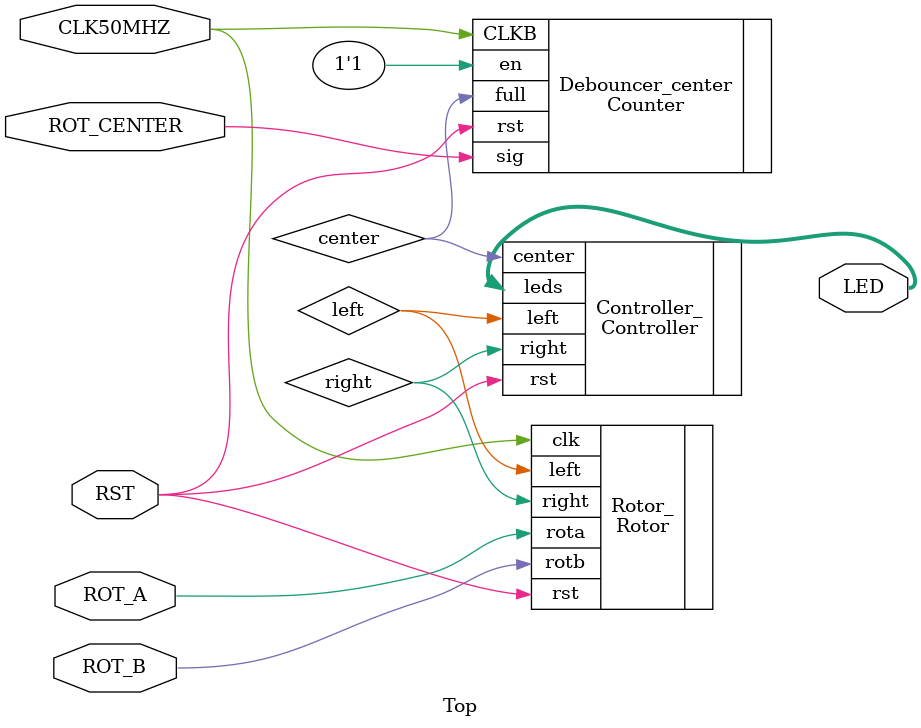
<source format=v>
`timescale 1ns / 1ps

module Top (
	input CLK50MHZ,
	input RST,
	// rotor control
	input ROT_CENTER,
	input ROT_A,
	input ROT_B,
	// debug leds
	output [7:0] LED
   );	
	
	
	wire center;
	Counter #(
//	  .MAX(10) // sim
	  .MAX(10_000_000) // synth
	) Debouncer_center (
	  .CLKB(CLK50MHZ),
	  .en(1'b1),
	  .rst(RST),
	  .sig(ROT_CENTER),
	  .full(center)
	);
	
   wire left;
	wire right;
	Rotor Rotor_ (
	  .clk(CLK50MHZ),
	  .rst(RST),
	  // inputs
	  .rota(ROT_A),
	  .rotb(ROT_B),
	  // outputs direction
	  .left(left),
	  .right(right)
	);	
	
	
	Controller Controller_(
		.rst(RST),
		// tick inputs
		.center(center),
	   .left(left),
	   .right(right),
		// debug
		.leds(LED)
	);				

endmodule

</source>
